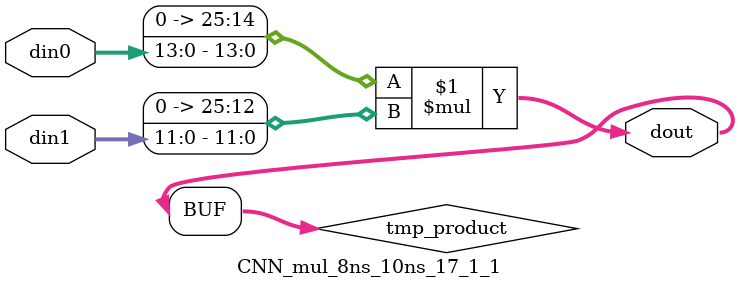
<source format=v>

`timescale 1 ns / 1 ps

 module CNN_mul_8ns_10ns_17_1_1(din0, din1, dout);
parameter ID = 1;
parameter NUM_STAGE = 0;
parameter din0_WIDTH = 14;
parameter din1_WIDTH = 12;
parameter dout_WIDTH = 26;

input [din0_WIDTH - 1 : 0] din0; 
input [din1_WIDTH - 1 : 0] din1; 
output [dout_WIDTH - 1 : 0] dout;

wire signed [dout_WIDTH - 1 : 0] tmp_product;
























assign tmp_product = $signed({1'b0, din0}) * $signed({1'b0, din1});











assign dout = tmp_product;





















endmodule

</source>
